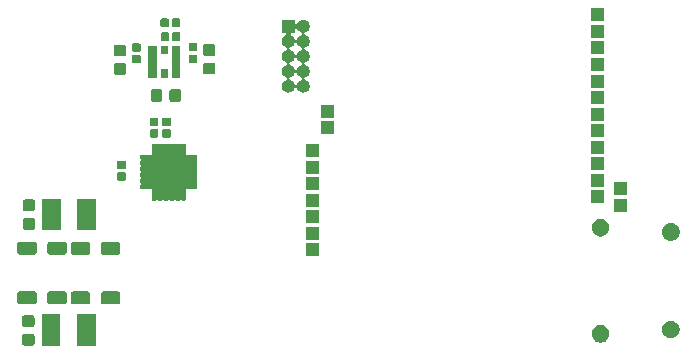
<source format=gbs>
G04 #@! TF.GenerationSoftware,KiCad,Pcbnew,5.0.2-bee76a0~70~ubuntu18.04.1*
G04 #@! TF.CreationDate,2019-05-16T13:06:06+01:00*
G04 #@! TF.ProjectId,HealthMonitor,4865616c-7468-44d6-9f6e-69746f722e6b,rev?*
G04 #@! TF.SameCoordinates,Original*
G04 #@! TF.FileFunction,Soldermask,Bot*
G04 #@! TF.FilePolarity,Negative*
%FSLAX46Y46*%
G04 Gerber Fmt 4.6, Leading zero omitted, Abs format (unit mm)*
G04 Created by KiCad (PCBNEW 5.0.2-bee76a0~70~ubuntu18.04.1) date Thu 16 May 2019 13:06:06 BST*
%MOMM*%
%LPD*%
G01*
G04 APERTURE LIST*
%ADD10C,0.100000*%
G04 APERTURE END LIST*
D10*
G36*
X110671000Y-125136000D02*
X109069000Y-125136000D01*
X109069000Y-122434000D01*
X110671000Y-122434000D01*
X110671000Y-125136000D01*
X110671000Y-125136000D01*
G37*
G36*
X107671000Y-125136000D02*
X106069000Y-125136000D01*
X106069000Y-122434000D01*
X107671000Y-122434000D01*
X107671000Y-125136000D01*
X107671000Y-125136000D01*
G37*
G36*
X105329591Y-124128085D02*
X105363569Y-124138393D01*
X105394887Y-124155133D01*
X105422339Y-124177661D01*
X105444867Y-124205113D01*
X105461607Y-124236431D01*
X105471915Y-124270409D01*
X105476000Y-124311890D01*
X105476000Y-124913110D01*
X105471915Y-124954591D01*
X105461607Y-124988569D01*
X105444867Y-125019887D01*
X105422339Y-125047339D01*
X105394887Y-125069867D01*
X105363569Y-125086607D01*
X105329591Y-125096915D01*
X105288110Y-125101000D01*
X104611890Y-125101000D01*
X104570409Y-125096915D01*
X104536431Y-125086607D01*
X104505113Y-125069867D01*
X104477661Y-125047339D01*
X104455133Y-125019887D01*
X104438393Y-124988569D01*
X104428085Y-124954591D01*
X104424000Y-124913110D01*
X104424000Y-124311890D01*
X104428085Y-124270409D01*
X104438393Y-124236431D01*
X104455133Y-124205113D01*
X104477661Y-124177661D01*
X104505113Y-124155133D01*
X104536431Y-124138393D01*
X104570409Y-124128085D01*
X104611890Y-124124000D01*
X105288110Y-124124000D01*
X105329591Y-124128085D01*
X105329591Y-124128085D01*
G37*
G36*
X153522004Y-123360544D02*
X153609059Y-123377860D01*
X153745732Y-123434472D01*
X153802404Y-123472339D01*
X153868738Y-123516662D01*
X153973338Y-123621262D01*
X153973340Y-123621265D01*
X154055528Y-123744268D01*
X154112140Y-123880941D01*
X154127678Y-123959056D01*
X154141000Y-124026031D01*
X154141000Y-124173969D01*
X154136709Y-124195539D01*
X154112140Y-124319059D01*
X154055528Y-124455732D01*
X153974446Y-124577079D01*
X153973338Y-124578738D01*
X153868738Y-124683338D01*
X153868735Y-124683340D01*
X153745732Y-124765528D01*
X153609059Y-124822140D01*
X153522004Y-124839456D01*
X153463969Y-124851000D01*
X153316031Y-124851000D01*
X153257996Y-124839456D01*
X153170941Y-124822140D01*
X153034268Y-124765528D01*
X152911265Y-124683340D01*
X152911262Y-124683338D01*
X152806662Y-124578738D01*
X152805554Y-124577079D01*
X152724472Y-124455732D01*
X152667860Y-124319059D01*
X152643291Y-124195539D01*
X152639000Y-124173969D01*
X152639000Y-124026031D01*
X152652322Y-123959056D01*
X152667860Y-123880941D01*
X152724472Y-123744268D01*
X152806660Y-123621265D01*
X152806662Y-123621262D01*
X152911262Y-123516662D01*
X152977596Y-123472339D01*
X153034268Y-123434472D01*
X153170941Y-123377860D01*
X153257996Y-123360544D01*
X153316031Y-123349000D01*
X153463969Y-123349000D01*
X153522004Y-123360544D01*
X153522004Y-123360544D01*
G37*
G36*
X159472004Y-123000544D02*
X159559059Y-123017860D01*
X159695732Y-123074472D01*
X159695733Y-123074473D01*
X159818738Y-123156662D01*
X159923338Y-123261262D01*
X159923340Y-123261265D01*
X160005528Y-123384268D01*
X160062140Y-123520941D01*
X160091000Y-123666033D01*
X160091000Y-123813967D01*
X160062140Y-123959059D01*
X160005528Y-124095732D01*
X159959135Y-124165164D01*
X159923338Y-124218738D01*
X159818738Y-124323338D01*
X159818735Y-124323340D01*
X159695732Y-124405528D01*
X159559059Y-124462140D01*
X159472004Y-124479456D01*
X159413969Y-124491000D01*
X159266031Y-124491000D01*
X159207996Y-124479456D01*
X159120941Y-124462140D01*
X158984268Y-124405528D01*
X158861265Y-124323340D01*
X158861262Y-124323338D01*
X158756662Y-124218738D01*
X158720865Y-124165164D01*
X158674472Y-124095732D01*
X158617860Y-123959059D01*
X158589000Y-123813967D01*
X158589000Y-123666033D01*
X158617860Y-123520941D01*
X158674472Y-123384268D01*
X158756660Y-123261265D01*
X158756662Y-123261262D01*
X158861262Y-123156662D01*
X158984267Y-123074473D01*
X158984268Y-123074472D01*
X159120941Y-123017860D01*
X159207996Y-123000544D01*
X159266031Y-122989000D01*
X159413969Y-122989000D01*
X159472004Y-123000544D01*
X159472004Y-123000544D01*
G37*
G36*
X105329591Y-122553085D02*
X105363569Y-122563393D01*
X105394887Y-122580133D01*
X105422339Y-122602661D01*
X105444867Y-122630113D01*
X105461607Y-122661431D01*
X105471915Y-122695409D01*
X105476000Y-122736890D01*
X105476000Y-123338110D01*
X105471915Y-123379591D01*
X105461607Y-123413569D01*
X105444867Y-123444887D01*
X105422339Y-123472339D01*
X105394887Y-123494867D01*
X105363569Y-123511607D01*
X105329591Y-123521915D01*
X105288110Y-123526000D01*
X104611890Y-123526000D01*
X104570409Y-123521915D01*
X104536431Y-123511607D01*
X104505113Y-123494867D01*
X104477661Y-123472339D01*
X104455133Y-123444887D01*
X104438393Y-123413569D01*
X104428085Y-123379591D01*
X104424000Y-123338110D01*
X104424000Y-122736890D01*
X104428085Y-122695409D01*
X104438393Y-122661431D01*
X104455133Y-122630113D01*
X104477661Y-122602661D01*
X104505113Y-122580133D01*
X104536431Y-122563393D01*
X104570409Y-122553085D01*
X104611890Y-122549000D01*
X105288110Y-122549000D01*
X105329591Y-122553085D01*
X105329591Y-122553085D01*
G37*
G36*
X110017058Y-120525447D02*
X110056906Y-120537535D01*
X110093626Y-120557162D01*
X110125811Y-120583575D01*
X110152224Y-120615760D01*
X110171851Y-120652480D01*
X110183939Y-120692328D01*
X110188625Y-120739902D01*
X110188625Y-121403620D01*
X110183939Y-121451194D01*
X110171851Y-121491042D01*
X110152224Y-121527762D01*
X110125811Y-121559947D01*
X110093626Y-121586360D01*
X110056906Y-121605987D01*
X110017058Y-121618075D01*
X109969484Y-121622761D01*
X108755766Y-121622761D01*
X108708192Y-121618075D01*
X108668344Y-121605987D01*
X108631624Y-121586360D01*
X108599439Y-121559947D01*
X108573026Y-121527762D01*
X108553399Y-121491042D01*
X108541311Y-121451194D01*
X108536625Y-121403620D01*
X108536625Y-120739902D01*
X108541311Y-120692328D01*
X108553399Y-120652480D01*
X108573026Y-120615760D01*
X108599439Y-120583575D01*
X108631624Y-120557162D01*
X108668344Y-120537535D01*
X108708192Y-120525447D01*
X108755766Y-120520761D01*
X109969484Y-120520761D01*
X110017058Y-120525447D01*
X110017058Y-120525447D01*
G37*
G36*
X112567058Y-120525447D02*
X112606906Y-120537535D01*
X112643626Y-120557162D01*
X112675811Y-120583575D01*
X112702224Y-120615760D01*
X112721851Y-120652480D01*
X112733939Y-120692328D01*
X112738625Y-120739902D01*
X112738625Y-121403620D01*
X112733939Y-121451194D01*
X112721851Y-121491042D01*
X112702224Y-121527762D01*
X112675811Y-121559947D01*
X112643626Y-121586360D01*
X112606906Y-121605987D01*
X112567058Y-121618075D01*
X112519484Y-121622761D01*
X111305766Y-121622761D01*
X111258192Y-121618075D01*
X111218344Y-121605987D01*
X111181624Y-121586360D01*
X111149439Y-121559947D01*
X111123026Y-121527762D01*
X111103399Y-121491042D01*
X111091311Y-121451194D01*
X111086625Y-121403620D01*
X111086625Y-120739902D01*
X111091311Y-120692328D01*
X111103399Y-120652480D01*
X111123026Y-120615760D01*
X111149439Y-120583575D01*
X111181624Y-120557162D01*
X111218344Y-120537535D01*
X111258192Y-120525447D01*
X111305766Y-120520761D01*
X112519484Y-120520761D01*
X112567058Y-120525447D01*
X112567058Y-120525447D01*
G37*
G36*
X108039433Y-120503686D02*
X108079281Y-120515774D01*
X108116001Y-120535401D01*
X108148186Y-120561814D01*
X108174599Y-120593999D01*
X108194226Y-120630719D01*
X108206314Y-120670567D01*
X108211000Y-120718141D01*
X108211000Y-121381859D01*
X108206314Y-121429433D01*
X108194226Y-121469281D01*
X108174599Y-121506001D01*
X108148186Y-121538186D01*
X108116001Y-121564599D01*
X108079281Y-121584226D01*
X108039433Y-121596314D01*
X107991859Y-121601000D01*
X106778141Y-121601000D01*
X106730567Y-121596314D01*
X106690719Y-121584226D01*
X106653999Y-121564599D01*
X106621814Y-121538186D01*
X106595401Y-121506001D01*
X106575774Y-121469281D01*
X106563686Y-121429433D01*
X106559000Y-121381859D01*
X106559000Y-120718141D01*
X106563686Y-120670567D01*
X106575774Y-120630719D01*
X106595401Y-120593999D01*
X106621814Y-120561814D01*
X106653999Y-120535401D01*
X106690719Y-120515774D01*
X106730567Y-120503686D01*
X106778141Y-120499000D01*
X107991859Y-120499000D01*
X108039433Y-120503686D01*
X108039433Y-120503686D01*
G37*
G36*
X105489433Y-120503686D02*
X105529281Y-120515774D01*
X105566001Y-120535401D01*
X105598186Y-120561814D01*
X105624599Y-120593999D01*
X105644226Y-120630719D01*
X105656314Y-120670567D01*
X105661000Y-120718141D01*
X105661000Y-121381859D01*
X105656314Y-121429433D01*
X105644226Y-121469281D01*
X105624599Y-121506001D01*
X105598186Y-121538186D01*
X105566001Y-121564599D01*
X105529281Y-121584226D01*
X105489433Y-121596314D01*
X105441859Y-121601000D01*
X104228141Y-121601000D01*
X104180567Y-121596314D01*
X104140719Y-121584226D01*
X104103999Y-121564599D01*
X104071814Y-121538186D01*
X104045401Y-121506001D01*
X104025774Y-121469281D01*
X104013686Y-121429433D01*
X104009000Y-121381859D01*
X104009000Y-120718141D01*
X104013686Y-120670567D01*
X104025774Y-120630719D01*
X104045401Y-120593999D01*
X104071814Y-120561814D01*
X104103999Y-120535401D01*
X104140719Y-120515774D01*
X104180567Y-120503686D01*
X104228141Y-120499000D01*
X105441859Y-120499000D01*
X105489433Y-120503686D01*
X105489433Y-120503686D01*
G37*
G36*
X129581000Y-117551000D02*
X128479000Y-117551000D01*
X128479000Y-116449000D01*
X129581000Y-116449000D01*
X129581000Y-117551000D01*
X129581000Y-117551000D01*
G37*
G36*
X110017058Y-116325447D02*
X110056906Y-116337535D01*
X110093626Y-116357162D01*
X110125811Y-116383575D01*
X110152224Y-116415760D01*
X110171851Y-116452480D01*
X110183939Y-116492328D01*
X110188625Y-116539902D01*
X110188625Y-117203620D01*
X110183939Y-117251194D01*
X110171851Y-117291042D01*
X110152224Y-117327762D01*
X110125811Y-117359947D01*
X110093626Y-117386360D01*
X110056906Y-117405987D01*
X110017058Y-117418075D01*
X109969484Y-117422761D01*
X108755766Y-117422761D01*
X108708192Y-117418075D01*
X108668344Y-117405987D01*
X108631624Y-117386360D01*
X108599439Y-117359947D01*
X108573026Y-117327762D01*
X108553399Y-117291042D01*
X108541311Y-117251194D01*
X108536625Y-117203620D01*
X108536625Y-116539902D01*
X108541311Y-116492328D01*
X108553399Y-116452480D01*
X108573026Y-116415760D01*
X108599439Y-116383575D01*
X108631624Y-116357162D01*
X108668344Y-116337535D01*
X108708192Y-116325447D01*
X108755766Y-116320761D01*
X109969484Y-116320761D01*
X110017058Y-116325447D01*
X110017058Y-116325447D01*
G37*
G36*
X112567058Y-116325447D02*
X112606906Y-116337535D01*
X112643626Y-116357162D01*
X112675811Y-116383575D01*
X112702224Y-116415760D01*
X112721851Y-116452480D01*
X112733939Y-116492328D01*
X112738625Y-116539902D01*
X112738625Y-117203620D01*
X112733939Y-117251194D01*
X112721851Y-117291042D01*
X112702224Y-117327762D01*
X112675811Y-117359947D01*
X112643626Y-117386360D01*
X112606906Y-117405987D01*
X112567058Y-117418075D01*
X112519484Y-117422761D01*
X111305766Y-117422761D01*
X111258192Y-117418075D01*
X111218344Y-117405987D01*
X111181624Y-117386360D01*
X111149439Y-117359947D01*
X111123026Y-117327762D01*
X111103399Y-117291042D01*
X111091311Y-117251194D01*
X111086625Y-117203620D01*
X111086625Y-116539902D01*
X111091311Y-116492328D01*
X111103399Y-116452480D01*
X111123026Y-116415760D01*
X111149439Y-116383575D01*
X111181624Y-116357162D01*
X111218344Y-116337535D01*
X111258192Y-116325447D01*
X111305766Y-116320761D01*
X112519484Y-116320761D01*
X112567058Y-116325447D01*
X112567058Y-116325447D01*
G37*
G36*
X105489433Y-116303686D02*
X105529281Y-116315774D01*
X105566001Y-116335401D01*
X105598186Y-116361814D01*
X105624599Y-116393999D01*
X105644226Y-116430719D01*
X105656314Y-116470567D01*
X105661000Y-116518141D01*
X105661000Y-117181859D01*
X105656314Y-117229433D01*
X105644226Y-117269281D01*
X105624599Y-117306001D01*
X105598186Y-117338186D01*
X105566001Y-117364599D01*
X105529281Y-117384226D01*
X105489433Y-117396314D01*
X105441859Y-117401000D01*
X104228141Y-117401000D01*
X104180567Y-117396314D01*
X104140719Y-117384226D01*
X104103999Y-117364599D01*
X104071814Y-117338186D01*
X104045401Y-117306001D01*
X104025774Y-117269281D01*
X104013686Y-117229433D01*
X104009000Y-117181859D01*
X104009000Y-116518141D01*
X104013686Y-116470567D01*
X104025774Y-116430719D01*
X104045401Y-116393999D01*
X104071814Y-116361814D01*
X104103999Y-116335401D01*
X104140719Y-116315774D01*
X104180567Y-116303686D01*
X104228141Y-116299000D01*
X105441859Y-116299000D01*
X105489433Y-116303686D01*
X105489433Y-116303686D01*
G37*
G36*
X108039433Y-116303686D02*
X108079281Y-116315774D01*
X108116001Y-116335401D01*
X108148186Y-116361814D01*
X108174599Y-116393999D01*
X108194226Y-116430719D01*
X108206314Y-116470567D01*
X108211000Y-116518141D01*
X108211000Y-117181859D01*
X108206314Y-117229433D01*
X108194226Y-117269281D01*
X108174599Y-117306001D01*
X108148186Y-117338186D01*
X108116001Y-117364599D01*
X108079281Y-117384226D01*
X108039433Y-117396314D01*
X107991859Y-117401000D01*
X106778141Y-117401000D01*
X106730567Y-117396314D01*
X106690719Y-117384226D01*
X106653999Y-117364599D01*
X106621814Y-117338186D01*
X106595401Y-117306001D01*
X106575774Y-117269281D01*
X106563686Y-117229433D01*
X106559000Y-117181859D01*
X106559000Y-116518141D01*
X106563686Y-116470567D01*
X106575774Y-116430719D01*
X106595401Y-116393999D01*
X106621814Y-116361814D01*
X106653999Y-116335401D01*
X106690719Y-116315774D01*
X106730567Y-116303686D01*
X106778141Y-116299000D01*
X107991859Y-116299000D01*
X108039433Y-116303686D01*
X108039433Y-116303686D01*
G37*
G36*
X159472004Y-114740544D02*
X159559059Y-114757860D01*
X159695732Y-114814472D01*
X159695733Y-114814473D01*
X159818738Y-114896662D01*
X159923338Y-115001262D01*
X159923340Y-115001265D01*
X160005528Y-115124268D01*
X160062140Y-115260941D01*
X160091000Y-115406033D01*
X160091000Y-115553967D01*
X160062140Y-115699059D01*
X160005528Y-115835732D01*
X159924446Y-115957079D01*
X159923338Y-115958738D01*
X159818738Y-116063338D01*
X159818735Y-116063340D01*
X159695732Y-116145528D01*
X159559059Y-116202140D01*
X159472004Y-116219456D01*
X159413969Y-116231000D01*
X159266031Y-116231000D01*
X159207996Y-116219456D01*
X159120941Y-116202140D01*
X158984268Y-116145528D01*
X158861265Y-116063340D01*
X158861262Y-116063338D01*
X158756662Y-115958738D01*
X158755554Y-115957079D01*
X158674472Y-115835732D01*
X158617860Y-115699059D01*
X158589000Y-115553967D01*
X158589000Y-115406033D01*
X158617860Y-115260941D01*
X158674472Y-115124268D01*
X158756660Y-115001265D01*
X158756662Y-115001262D01*
X158861262Y-114896662D01*
X158984267Y-114814473D01*
X158984268Y-114814472D01*
X159120941Y-114757860D01*
X159207996Y-114740544D01*
X159266031Y-114729000D01*
X159413969Y-114729000D01*
X159472004Y-114740544D01*
X159472004Y-114740544D01*
G37*
G36*
X129581000Y-116151000D02*
X128479000Y-116151000D01*
X128479000Y-115049000D01*
X129581000Y-115049000D01*
X129581000Y-116151000D01*
X129581000Y-116151000D01*
G37*
G36*
X153521979Y-114380539D02*
X153609059Y-114397860D01*
X153745732Y-114454472D01*
X153745733Y-114454473D01*
X153868738Y-114536662D01*
X153973338Y-114641262D01*
X153973340Y-114641265D01*
X154055528Y-114764268D01*
X154112140Y-114900941D01*
X154129456Y-114987996D01*
X154141000Y-115046031D01*
X154141000Y-115193969D01*
X154130882Y-115244836D01*
X154112140Y-115339059D01*
X154055528Y-115475732D01*
X154055527Y-115475733D01*
X153973338Y-115598738D01*
X153868738Y-115703338D01*
X153868735Y-115703340D01*
X153745732Y-115785528D01*
X153609059Y-115842140D01*
X153522004Y-115859456D01*
X153463969Y-115871000D01*
X153316031Y-115871000D01*
X153257996Y-115859456D01*
X153170941Y-115842140D01*
X153034268Y-115785528D01*
X152911265Y-115703340D01*
X152911262Y-115703338D01*
X152806662Y-115598738D01*
X152724473Y-115475733D01*
X152724472Y-115475732D01*
X152667860Y-115339059D01*
X152649118Y-115244836D01*
X152639000Y-115193969D01*
X152639000Y-115046031D01*
X152650544Y-114987996D01*
X152667860Y-114900941D01*
X152724472Y-114764268D01*
X152806660Y-114641265D01*
X152806662Y-114641262D01*
X152911262Y-114536662D01*
X153034267Y-114454473D01*
X153034268Y-114454472D01*
X153170941Y-114397860D01*
X153258021Y-114380539D01*
X153316031Y-114369000D01*
X153463969Y-114369000D01*
X153521979Y-114380539D01*
X153521979Y-114380539D01*
G37*
G36*
X107691000Y-115361000D02*
X106089000Y-115361000D01*
X106089000Y-112659000D01*
X107691000Y-112659000D01*
X107691000Y-115361000D01*
X107691000Y-115361000D01*
G37*
G36*
X110691000Y-115361000D02*
X109089000Y-115361000D01*
X109089000Y-112659000D01*
X110691000Y-112659000D01*
X110691000Y-115361000D01*
X110691000Y-115361000D01*
G37*
G36*
X105369591Y-114313085D02*
X105403569Y-114323393D01*
X105434887Y-114340133D01*
X105462339Y-114362661D01*
X105484867Y-114390113D01*
X105501607Y-114421431D01*
X105511915Y-114455409D01*
X105516000Y-114496890D01*
X105516000Y-115098110D01*
X105511915Y-115139591D01*
X105501607Y-115173569D01*
X105484867Y-115204887D01*
X105462339Y-115232339D01*
X105434887Y-115254867D01*
X105403569Y-115271607D01*
X105369591Y-115281915D01*
X105328110Y-115286000D01*
X104651890Y-115286000D01*
X104610409Y-115281915D01*
X104576431Y-115271607D01*
X104545113Y-115254867D01*
X104517661Y-115232339D01*
X104495133Y-115204887D01*
X104478393Y-115173569D01*
X104468085Y-115139591D01*
X104464000Y-115098110D01*
X104464000Y-114496890D01*
X104468085Y-114455409D01*
X104478393Y-114421431D01*
X104495133Y-114390113D01*
X104517661Y-114362661D01*
X104545113Y-114340133D01*
X104576431Y-114323393D01*
X104610409Y-114313085D01*
X104651890Y-114309000D01*
X105328110Y-114309000D01*
X105369591Y-114313085D01*
X105369591Y-114313085D01*
G37*
G36*
X129581000Y-114751000D02*
X128479000Y-114751000D01*
X128479000Y-113649000D01*
X129581000Y-113649000D01*
X129581000Y-114751000D01*
X129581000Y-114751000D01*
G37*
G36*
X155681000Y-113761000D02*
X154579000Y-113761000D01*
X154579000Y-112659000D01*
X155681000Y-112659000D01*
X155681000Y-113761000D01*
X155681000Y-113761000D01*
G37*
G36*
X105369591Y-112738085D02*
X105403569Y-112748393D01*
X105434887Y-112765133D01*
X105462339Y-112787661D01*
X105484867Y-112815113D01*
X105501607Y-112846431D01*
X105511915Y-112880409D01*
X105516000Y-112921890D01*
X105516000Y-113523110D01*
X105511915Y-113564591D01*
X105501607Y-113598569D01*
X105484867Y-113629887D01*
X105462339Y-113657339D01*
X105434887Y-113679867D01*
X105403569Y-113696607D01*
X105369591Y-113706915D01*
X105328110Y-113711000D01*
X104651890Y-113711000D01*
X104610409Y-113706915D01*
X104576431Y-113696607D01*
X104545113Y-113679867D01*
X104517661Y-113657339D01*
X104495133Y-113629887D01*
X104478393Y-113598569D01*
X104468085Y-113564591D01*
X104464000Y-113523110D01*
X104464000Y-112921890D01*
X104468085Y-112880409D01*
X104478393Y-112846431D01*
X104495133Y-112815113D01*
X104517661Y-112787661D01*
X104545113Y-112765133D01*
X104576431Y-112748393D01*
X104610409Y-112738085D01*
X104651890Y-112734000D01*
X105328110Y-112734000D01*
X105369591Y-112738085D01*
X105369591Y-112738085D01*
G37*
G36*
X129581000Y-113351000D02*
X128479000Y-113351000D01*
X128479000Y-112249000D01*
X129581000Y-112249000D01*
X129581000Y-113351000D01*
X129581000Y-113351000D01*
G37*
G36*
X153731000Y-113061000D02*
X152629000Y-113061000D01*
X152629000Y-111959000D01*
X153731000Y-111959000D01*
X153731000Y-113061000D01*
X153731000Y-113061000D01*
G37*
G36*
X115750358Y-108024002D02*
X115755029Y-108025419D01*
X115759331Y-108027719D01*
X115765706Y-108032950D01*
X115786081Y-108046563D01*
X115808720Y-108055939D01*
X115832754Y-108060719D01*
X115857258Y-108060718D01*
X115881292Y-108055936D01*
X115903930Y-108046558D01*
X115924296Y-108032950D01*
X115930671Y-108027719D01*
X115934973Y-108025419D01*
X115939644Y-108024002D01*
X115950642Y-108022919D01*
X116239360Y-108022919D01*
X116250358Y-108024002D01*
X116255029Y-108025419D01*
X116259331Y-108027719D01*
X116265706Y-108032950D01*
X116286081Y-108046563D01*
X116308720Y-108055939D01*
X116332754Y-108060719D01*
X116357258Y-108060718D01*
X116381292Y-108055936D01*
X116403930Y-108046558D01*
X116424296Y-108032950D01*
X116430671Y-108027719D01*
X116434973Y-108025419D01*
X116439644Y-108024002D01*
X116450642Y-108022919D01*
X116739360Y-108022919D01*
X116750358Y-108024002D01*
X116755029Y-108025419D01*
X116759331Y-108027719D01*
X116765706Y-108032950D01*
X116786081Y-108046563D01*
X116808720Y-108055939D01*
X116832754Y-108060719D01*
X116857258Y-108060718D01*
X116881292Y-108055936D01*
X116903930Y-108046558D01*
X116924296Y-108032950D01*
X116930671Y-108027719D01*
X116934973Y-108025419D01*
X116939644Y-108024002D01*
X116950642Y-108022919D01*
X117239360Y-108022919D01*
X117250358Y-108024002D01*
X117255029Y-108025419D01*
X117259331Y-108027719D01*
X117265706Y-108032950D01*
X117286081Y-108046563D01*
X117308720Y-108055939D01*
X117332754Y-108060719D01*
X117357258Y-108060718D01*
X117381292Y-108055936D01*
X117403930Y-108046558D01*
X117424296Y-108032950D01*
X117430671Y-108027719D01*
X117434973Y-108025419D01*
X117439644Y-108024002D01*
X117450642Y-108022919D01*
X117739360Y-108022919D01*
X117750358Y-108024002D01*
X117755029Y-108025419D01*
X117759331Y-108027719D01*
X117765706Y-108032950D01*
X117786081Y-108046563D01*
X117808720Y-108055939D01*
X117832754Y-108060719D01*
X117857258Y-108060718D01*
X117881292Y-108055936D01*
X117903930Y-108046558D01*
X117924296Y-108032950D01*
X117930671Y-108027719D01*
X117934973Y-108025419D01*
X117939644Y-108024002D01*
X117950642Y-108022919D01*
X118239360Y-108022919D01*
X118250358Y-108024002D01*
X118255029Y-108025419D01*
X118259331Y-108027719D01*
X118263105Y-108030815D01*
X118266201Y-108034589D01*
X118268501Y-108038891D01*
X118269918Y-108043562D01*
X118271001Y-108054560D01*
X118271001Y-108872919D01*
X118273403Y-108897305D01*
X118280516Y-108920754D01*
X118292067Y-108942365D01*
X118307613Y-108961307D01*
X118326555Y-108976853D01*
X118348166Y-108988404D01*
X118371615Y-108995517D01*
X118396001Y-108997919D01*
X119214360Y-108997919D01*
X119225358Y-108999002D01*
X119230029Y-109000419D01*
X119234331Y-109002719D01*
X119238105Y-109005815D01*
X119241201Y-109009589D01*
X119243501Y-109013891D01*
X119244918Y-109018562D01*
X119246001Y-109029560D01*
X119246001Y-109318278D01*
X119244918Y-109329276D01*
X119243501Y-109333947D01*
X119241201Y-109338249D01*
X119235970Y-109344624D01*
X119222357Y-109364999D01*
X119212981Y-109387638D01*
X119208201Y-109411672D01*
X119208202Y-109436176D01*
X119212984Y-109460210D01*
X119222362Y-109482848D01*
X119235970Y-109503214D01*
X119241201Y-109509589D01*
X119243501Y-109513891D01*
X119244918Y-109518562D01*
X119246001Y-109529560D01*
X119246001Y-109818278D01*
X119244918Y-109829276D01*
X119243501Y-109833947D01*
X119241201Y-109838249D01*
X119235970Y-109844624D01*
X119222357Y-109864999D01*
X119212981Y-109887638D01*
X119208201Y-109911672D01*
X119208202Y-109936176D01*
X119212984Y-109960210D01*
X119222362Y-109982848D01*
X119235970Y-110003214D01*
X119241201Y-110009589D01*
X119243501Y-110013891D01*
X119244918Y-110018562D01*
X119246001Y-110029560D01*
X119246001Y-110318278D01*
X119244918Y-110329276D01*
X119243501Y-110333947D01*
X119241201Y-110338249D01*
X119235970Y-110344624D01*
X119222357Y-110364999D01*
X119212981Y-110387638D01*
X119208201Y-110411672D01*
X119208202Y-110436176D01*
X119212984Y-110460210D01*
X119222362Y-110482848D01*
X119235970Y-110503214D01*
X119241201Y-110509589D01*
X119243501Y-110513891D01*
X119244918Y-110518562D01*
X119246001Y-110529560D01*
X119246001Y-110818278D01*
X119244918Y-110829276D01*
X119243501Y-110833947D01*
X119241201Y-110838249D01*
X119235970Y-110844624D01*
X119222357Y-110864999D01*
X119212981Y-110887638D01*
X119208201Y-110911672D01*
X119208202Y-110936176D01*
X119212984Y-110960210D01*
X119222362Y-110982848D01*
X119235970Y-111003214D01*
X119241201Y-111009589D01*
X119243501Y-111013891D01*
X119244918Y-111018562D01*
X119246001Y-111029560D01*
X119246001Y-111318278D01*
X119244918Y-111329276D01*
X119243501Y-111333947D01*
X119241201Y-111338249D01*
X119235970Y-111344624D01*
X119222357Y-111364999D01*
X119212981Y-111387638D01*
X119208201Y-111411672D01*
X119208202Y-111436176D01*
X119212984Y-111460210D01*
X119222362Y-111482848D01*
X119235970Y-111503214D01*
X119241201Y-111509589D01*
X119243501Y-111513891D01*
X119244918Y-111518562D01*
X119246001Y-111529560D01*
X119246001Y-111818278D01*
X119244918Y-111829276D01*
X119243501Y-111833947D01*
X119241201Y-111838249D01*
X119238105Y-111842023D01*
X119234331Y-111845119D01*
X119230029Y-111847419D01*
X119225358Y-111848836D01*
X119214360Y-111849919D01*
X118396001Y-111849919D01*
X118371615Y-111852321D01*
X118348166Y-111859434D01*
X118326555Y-111870985D01*
X118307613Y-111886531D01*
X118292067Y-111905473D01*
X118280516Y-111927084D01*
X118273403Y-111950533D01*
X118271001Y-111974919D01*
X118271001Y-112793278D01*
X118269918Y-112804276D01*
X118268501Y-112808947D01*
X118266201Y-112813249D01*
X118263105Y-112817023D01*
X118259331Y-112820119D01*
X118255029Y-112822419D01*
X118250358Y-112823836D01*
X118239360Y-112824919D01*
X117950642Y-112824919D01*
X117939644Y-112823836D01*
X117934973Y-112822419D01*
X117930671Y-112820119D01*
X117924296Y-112814888D01*
X117903921Y-112801275D01*
X117881282Y-112791899D01*
X117857248Y-112787119D01*
X117832744Y-112787120D01*
X117808710Y-112791902D01*
X117786072Y-112801280D01*
X117765706Y-112814888D01*
X117759331Y-112820119D01*
X117755029Y-112822419D01*
X117750358Y-112823836D01*
X117739360Y-112824919D01*
X117450642Y-112824919D01*
X117439644Y-112823836D01*
X117434973Y-112822419D01*
X117430671Y-112820119D01*
X117424296Y-112814888D01*
X117403921Y-112801275D01*
X117381282Y-112791899D01*
X117357248Y-112787119D01*
X117332744Y-112787120D01*
X117308710Y-112791902D01*
X117286072Y-112801280D01*
X117265706Y-112814888D01*
X117259331Y-112820119D01*
X117255029Y-112822419D01*
X117250358Y-112823836D01*
X117239360Y-112824919D01*
X116950642Y-112824919D01*
X116939644Y-112823836D01*
X116934973Y-112822419D01*
X116930671Y-112820119D01*
X116924296Y-112814888D01*
X116903921Y-112801275D01*
X116881282Y-112791899D01*
X116857248Y-112787119D01*
X116832744Y-112787120D01*
X116808710Y-112791902D01*
X116786072Y-112801280D01*
X116765706Y-112814888D01*
X116759331Y-112820119D01*
X116755029Y-112822419D01*
X116750358Y-112823836D01*
X116739360Y-112824919D01*
X116450642Y-112824919D01*
X116439644Y-112823836D01*
X116434973Y-112822419D01*
X116430671Y-112820119D01*
X116424296Y-112814888D01*
X116403921Y-112801275D01*
X116381282Y-112791899D01*
X116357248Y-112787119D01*
X116332744Y-112787120D01*
X116308710Y-112791902D01*
X116286072Y-112801280D01*
X116265706Y-112814888D01*
X116259331Y-112820119D01*
X116255029Y-112822419D01*
X116250358Y-112823836D01*
X116239360Y-112824919D01*
X115950642Y-112824919D01*
X115939644Y-112823836D01*
X115934973Y-112822419D01*
X115930671Y-112820119D01*
X115924296Y-112814888D01*
X115903921Y-112801275D01*
X115881282Y-112791899D01*
X115857248Y-112787119D01*
X115832744Y-112787120D01*
X115808710Y-112791902D01*
X115786072Y-112801280D01*
X115765706Y-112814888D01*
X115759331Y-112820119D01*
X115755029Y-112822419D01*
X115750358Y-112823836D01*
X115739360Y-112824919D01*
X115450642Y-112824919D01*
X115439644Y-112823836D01*
X115434973Y-112822419D01*
X115430671Y-112820119D01*
X115426897Y-112817023D01*
X115423801Y-112813249D01*
X115421501Y-112808947D01*
X115420084Y-112804276D01*
X115419001Y-112793278D01*
X115419001Y-111974919D01*
X115416599Y-111950533D01*
X115409486Y-111927084D01*
X115397935Y-111905473D01*
X115382389Y-111886531D01*
X115363447Y-111870985D01*
X115341836Y-111859434D01*
X115318387Y-111852321D01*
X115294001Y-111849919D01*
X114475642Y-111849919D01*
X114464644Y-111848836D01*
X114459973Y-111847419D01*
X114455671Y-111845119D01*
X114451897Y-111842023D01*
X114448801Y-111838249D01*
X114446501Y-111833947D01*
X114445084Y-111829276D01*
X114444001Y-111818278D01*
X114444001Y-111529560D01*
X114445084Y-111518562D01*
X114446501Y-111513891D01*
X114448801Y-111509589D01*
X114454032Y-111503214D01*
X114467645Y-111482839D01*
X114477021Y-111460200D01*
X114481801Y-111436166D01*
X114481800Y-111411662D01*
X114477018Y-111387628D01*
X114467640Y-111364990D01*
X114454032Y-111344624D01*
X114448801Y-111338249D01*
X114446501Y-111333947D01*
X114445084Y-111329276D01*
X114444001Y-111318278D01*
X114444001Y-111029560D01*
X114445084Y-111018562D01*
X114446501Y-111013891D01*
X114448801Y-111009589D01*
X114454032Y-111003214D01*
X114467645Y-110982839D01*
X114477021Y-110960200D01*
X114481801Y-110936166D01*
X114481800Y-110911662D01*
X114477018Y-110887628D01*
X114467640Y-110864990D01*
X114454032Y-110844624D01*
X114448801Y-110838249D01*
X114446501Y-110833947D01*
X114445084Y-110829276D01*
X114444001Y-110818278D01*
X114444001Y-110529560D01*
X114445084Y-110518562D01*
X114446501Y-110513891D01*
X114448801Y-110509589D01*
X114454032Y-110503214D01*
X114467645Y-110482839D01*
X114477021Y-110460200D01*
X114481801Y-110436166D01*
X114481800Y-110411662D01*
X114477018Y-110387628D01*
X114467640Y-110364990D01*
X114454032Y-110344624D01*
X114448801Y-110338249D01*
X114446501Y-110333947D01*
X114445084Y-110329276D01*
X114444001Y-110318278D01*
X114444001Y-110029560D01*
X114445084Y-110018562D01*
X114446501Y-110013891D01*
X114448801Y-110009589D01*
X114454032Y-110003214D01*
X114467645Y-109982839D01*
X114477021Y-109960200D01*
X114481801Y-109936166D01*
X114481800Y-109911662D01*
X114477018Y-109887628D01*
X114467640Y-109864990D01*
X114454032Y-109844624D01*
X114448801Y-109838249D01*
X114446501Y-109833947D01*
X114445084Y-109829276D01*
X114444001Y-109818278D01*
X114444001Y-109529560D01*
X114445084Y-109518562D01*
X114446501Y-109513891D01*
X114448801Y-109509589D01*
X114454032Y-109503214D01*
X114467645Y-109482839D01*
X114477021Y-109460200D01*
X114481801Y-109436166D01*
X114481800Y-109411662D01*
X114477018Y-109387628D01*
X114467640Y-109364990D01*
X114454032Y-109344624D01*
X114448801Y-109338249D01*
X114446501Y-109333947D01*
X114445084Y-109329276D01*
X114444001Y-109318278D01*
X114444001Y-109029560D01*
X114445084Y-109018562D01*
X114446501Y-109013891D01*
X114448801Y-109009589D01*
X114451897Y-109005815D01*
X114455671Y-109002719D01*
X114459973Y-109000419D01*
X114464644Y-108999002D01*
X114475642Y-108997919D01*
X115294001Y-108997919D01*
X115318387Y-108995517D01*
X115341836Y-108988404D01*
X115363447Y-108976853D01*
X115382389Y-108961307D01*
X115397935Y-108942365D01*
X115409486Y-108920754D01*
X115416599Y-108897305D01*
X115419001Y-108872919D01*
X115419001Y-108054560D01*
X115420084Y-108043562D01*
X115421501Y-108038891D01*
X115423801Y-108034589D01*
X115426897Y-108030815D01*
X115430671Y-108027719D01*
X115434973Y-108025419D01*
X115439644Y-108024002D01*
X115450642Y-108022919D01*
X115739360Y-108022919D01*
X115750358Y-108024002D01*
X115750358Y-108024002D01*
G37*
G36*
X155681000Y-112361000D02*
X154579000Y-112361000D01*
X154579000Y-111259000D01*
X155681000Y-111259000D01*
X155681000Y-112361000D01*
X155681000Y-112361000D01*
G37*
G36*
X129581000Y-111951000D02*
X128479000Y-111951000D01*
X128479000Y-110849000D01*
X129581000Y-110849000D01*
X129581000Y-111951000D01*
X129581000Y-111951000D01*
G37*
G36*
X153731000Y-111661000D02*
X152629000Y-111661000D01*
X152629000Y-110559000D01*
X153731000Y-110559000D01*
X153731000Y-111661000D01*
X153731000Y-111661000D01*
G37*
G36*
X113131938Y-110441716D02*
X113152556Y-110447970D01*
X113171556Y-110458126D01*
X113188208Y-110471792D01*
X113201874Y-110488444D01*
X113212030Y-110507444D01*
X113218284Y-110528062D01*
X113221000Y-110555640D01*
X113221000Y-111014360D01*
X113218284Y-111041938D01*
X113212030Y-111062556D01*
X113201874Y-111081556D01*
X113188208Y-111098208D01*
X113171556Y-111111874D01*
X113152556Y-111122030D01*
X113131938Y-111128284D01*
X113104360Y-111131000D01*
X112595640Y-111131000D01*
X112568062Y-111128284D01*
X112547444Y-111122030D01*
X112528444Y-111111874D01*
X112511792Y-111098208D01*
X112498126Y-111081556D01*
X112487970Y-111062556D01*
X112481716Y-111041938D01*
X112479000Y-111014360D01*
X112479000Y-110555640D01*
X112481716Y-110528062D01*
X112487970Y-110507444D01*
X112498126Y-110488444D01*
X112511792Y-110471792D01*
X112528444Y-110458126D01*
X112547444Y-110447970D01*
X112568062Y-110441716D01*
X112595640Y-110439000D01*
X113104360Y-110439000D01*
X113131938Y-110441716D01*
X113131938Y-110441716D01*
G37*
G36*
X129581000Y-110551000D02*
X128479000Y-110551000D01*
X128479000Y-109449000D01*
X129581000Y-109449000D01*
X129581000Y-110551000D01*
X129581000Y-110551000D01*
G37*
G36*
X153731000Y-110261000D02*
X152629000Y-110261000D01*
X152629000Y-109159000D01*
X153731000Y-109159000D01*
X153731000Y-110261000D01*
X153731000Y-110261000D01*
G37*
G36*
X113131938Y-109471716D02*
X113152556Y-109477970D01*
X113171556Y-109488126D01*
X113188208Y-109501792D01*
X113201874Y-109518444D01*
X113212030Y-109537444D01*
X113218284Y-109558062D01*
X113221000Y-109585640D01*
X113221000Y-110044360D01*
X113218284Y-110071938D01*
X113212030Y-110092556D01*
X113201874Y-110111556D01*
X113188208Y-110128208D01*
X113171556Y-110141874D01*
X113152556Y-110152030D01*
X113131938Y-110158284D01*
X113104360Y-110161000D01*
X112595640Y-110161000D01*
X112568062Y-110158284D01*
X112547444Y-110152030D01*
X112528444Y-110141874D01*
X112511792Y-110128208D01*
X112498126Y-110111556D01*
X112487970Y-110092556D01*
X112481716Y-110071938D01*
X112479000Y-110044360D01*
X112479000Y-109585640D01*
X112481716Y-109558062D01*
X112487970Y-109537444D01*
X112498126Y-109518444D01*
X112511792Y-109501792D01*
X112528444Y-109488126D01*
X112547444Y-109477970D01*
X112568062Y-109471716D01*
X112595640Y-109469000D01*
X113104360Y-109469000D01*
X113131938Y-109471716D01*
X113131938Y-109471716D01*
G37*
G36*
X129581000Y-109151000D02*
X128479000Y-109151000D01*
X128479000Y-108049000D01*
X129581000Y-108049000D01*
X129581000Y-109151000D01*
X129581000Y-109151000D01*
G37*
G36*
X153731000Y-108861000D02*
X152629000Y-108861000D01*
X152629000Y-107759000D01*
X153731000Y-107759000D01*
X153731000Y-108861000D01*
X153731000Y-108861000D01*
G37*
G36*
X116931938Y-106800636D02*
X116952556Y-106806890D01*
X116971556Y-106817046D01*
X116988208Y-106830712D01*
X117001874Y-106847364D01*
X117012030Y-106866364D01*
X117018284Y-106886982D01*
X117021000Y-106914560D01*
X117021000Y-107373280D01*
X117018284Y-107400858D01*
X117012030Y-107421476D01*
X117001874Y-107440476D01*
X116988208Y-107457128D01*
X116971556Y-107470794D01*
X116952556Y-107480950D01*
X116931938Y-107487204D01*
X116904360Y-107489920D01*
X116395640Y-107489920D01*
X116368062Y-107487204D01*
X116347444Y-107480950D01*
X116328444Y-107470794D01*
X116311792Y-107457128D01*
X116298126Y-107440476D01*
X116287970Y-107421476D01*
X116281716Y-107400858D01*
X116279000Y-107373280D01*
X116279000Y-106914560D01*
X116281716Y-106886982D01*
X116287970Y-106866364D01*
X116298126Y-106847364D01*
X116311792Y-106830712D01*
X116328444Y-106817046D01*
X116347444Y-106806890D01*
X116368062Y-106800636D01*
X116395640Y-106797920D01*
X116904360Y-106797920D01*
X116931938Y-106800636D01*
X116931938Y-106800636D01*
G37*
G36*
X115881938Y-106800636D02*
X115902556Y-106806890D01*
X115921556Y-106817046D01*
X115938208Y-106830712D01*
X115951874Y-106847364D01*
X115962030Y-106866364D01*
X115968284Y-106886982D01*
X115971000Y-106914560D01*
X115971000Y-107373280D01*
X115968284Y-107400858D01*
X115962030Y-107421476D01*
X115951874Y-107440476D01*
X115938208Y-107457128D01*
X115921556Y-107470794D01*
X115902556Y-107480950D01*
X115881938Y-107487204D01*
X115854360Y-107489920D01*
X115345640Y-107489920D01*
X115318062Y-107487204D01*
X115297444Y-107480950D01*
X115278444Y-107470794D01*
X115261792Y-107457128D01*
X115248126Y-107440476D01*
X115237970Y-107421476D01*
X115231716Y-107400858D01*
X115229000Y-107373280D01*
X115229000Y-106914560D01*
X115231716Y-106886982D01*
X115237970Y-106866364D01*
X115248126Y-106847364D01*
X115261792Y-106830712D01*
X115278444Y-106817046D01*
X115297444Y-106806890D01*
X115318062Y-106800636D01*
X115345640Y-106797920D01*
X115854360Y-106797920D01*
X115881938Y-106800636D01*
X115881938Y-106800636D01*
G37*
G36*
X153731000Y-107461000D02*
X152629000Y-107461000D01*
X152629000Y-106359000D01*
X153731000Y-106359000D01*
X153731000Y-107461000D01*
X153731000Y-107461000D01*
G37*
G36*
X130831000Y-107211000D02*
X129729000Y-107211000D01*
X129729000Y-106109000D01*
X130831000Y-106109000D01*
X130831000Y-107211000D01*
X130831000Y-107211000D01*
G37*
G36*
X115881938Y-105830636D02*
X115902556Y-105836890D01*
X115921556Y-105847046D01*
X115938208Y-105860712D01*
X115951874Y-105877364D01*
X115962030Y-105896364D01*
X115968284Y-105916982D01*
X115971000Y-105944560D01*
X115971000Y-106403280D01*
X115968284Y-106430858D01*
X115962030Y-106451476D01*
X115951874Y-106470476D01*
X115938208Y-106487128D01*
X115921556Y-106500794D01*
X115902556Y-106510950D01*
X115881938Y-106517204D01*
X115854360Y-106519920D01*
X115345640Y-106519920D01*
X115318062Y-106517204D01*
X115297444Y-106510950D01*
X115278444Y-106500794D01*
X115261792Y-106487128D01*
X115248126Y-106470476D01*
X115237970Y-106451476D01*
X115231716Y-106430858D01*
X115229000Y-106403280D01*
X115229000Y-105944560D01*
X115231716Y-105916982D01*
X115237970Y-105896364D01*
X115248126Y-105877364D01*
X115261792Y-105860712D01*
X115278444Y-105847046D01*
X115297444Y-105836890D01*
X115318062Y-105830636D01*
X115345640Y-105827920D01*
X115854360Y-105827920D01*
X115881938Y-105830636D01*
X115881938Y-105830636D01*
G37*
G36*
X116931938Y-105830636D02*
X116952556Y-105836890D01*
X116971556Y-105847046D01*
X116988208Y-105860712D01*
X117001874Y-105877364D01*
X117012030Y-105896364D01*
X117018284Y-105916982D01*
X117021000Y-105944560D01*
X117021000Y-106403280D01*
X117018284Y-106430858D01*
X117012030Y-106451476D01*
X117001874Y-106470476D01*
X116988208Y-106487128D01*
X116971556Y-106500794D01*
X116952556Y-106510950D01*
X116931938Y-106517204D01*
X116904360Y-106519920D01*
X116395640Y-106519920D01*
X116368062Y-106517204D01*
X116347444Y-106510950D01*
X116328444Y-106500794D01*
X116311792Y-106487128D01*
X116298126Y-106470476D01*
X116287970Y-106451476D01*
X116281716Y-106430858D01*
X116279000Y-106403280D01*
X116279000Y-105944560D01*
X116281716Y-105916982D01*
X116287970Y-105896364D01*
X116298126Y-105877364D01*
X116311792Y-105860712D01*
X116328444Y-105847046D01*
X116347444Y-105836890D01*
X116368062Y-105830636D01*
X116395640Y-105827920D01*
X116904360Y-105827920D01*
X116931938Y-105830636D01*
X116931938Y-105830636D01*
G37*
G36*
X153731000Y-106061000D02*
X152629000Y-106061000D01*
X152629000Y-104959000D01*
X153731000Y-104959000D01*
X153731000Y-106061000D01*
X153731000Y-106061000D01*
G37*
G36*
X130831000Y-105811000D02*
X129729000Y-105811000D01*
X129729000Y-104709000D01*
X130831000Y-104709000D01*
X130831000Y-105811000D01*
X130831000Y-105811000D01*
G37*
G36*
X153731000Y-104661000D02*
X152629000Y-104661000D01*
X152629000Y-103559000D01*
X153731000Y-103559000D01*
X153731000Y-104661000D01*
X153731000Y-104661000D01*
G37*
G36*
X116150789Y-103412294D02*
X116184767Y-103422602D01*
X116216085Y-103439342D01*
X116243537Y-103461870D01*
X116266065Y-103489322D01*
X116282805Y-103520640D01*
X116293113Y-103554618D01*
X116297198Y-103596099D01*
X116297198Y-104272319D01*
X116293113Y-104313800D01*
X116282805Y-104347778D01*
X116266065Y-104379096D01*
X116243537Y-104406548D01*
X116216085Y-104429076D01*
X116184767Y-104445816D01*
X116150789Y-104456124D01*
X116109308Y-104460209D01*
X115508088Y-104460209D01*
X115466607Y-104456124D01*
X115432629Y-104445816D01*
X115401311Y-104429076D01*
X115373859Y-104406548D01*
X115351331Y-104379096D01*
X115334591Y-104347778D01*
X115324283Y-104313800D01*
X115320198Y-104272319D01*
X115320198Y-103596099D01*
X115324283Y-103554618D01*
X115334591Y-103520640D01*
X115351331Y-103489322D01*
X115373859Y-103461870D01*
X115401311Y-103439342D01*
X115432629Y-103422602D01*
X115466607Y-103412294D01*
X115508088Y-103408209D01*
X116109308Y-103408209D01*
X116150789Y-103412294D01*
X116150789Y-103412294D01*
G37*
G36*
X117725789Y-103412294D02*
X117759767Y-103422602D01*
X117791085Y-103439342D01*
X117818537Y-103461870D01*
X117841065Y-103489322D01*
X117857805Y-103520640D01*
X117868113Y-103554618D01*
X117872198Y-103596099D01*
X117872198Y-104272319D01*
X117868113Y-104313800D01*
X117857805Y-104347778D01*
X117841065Y-104379096D01*
X117818537Y-104406548D01*
X117791085Y-104429076D01*
X117759767Y-104445816D01*
X117725789Y-104456124D01*
X117684308Y-104460209D01*
X117083088Y-104460209D01*
X117041607Y-104456124D01*
X117007629Y-104445816D01*
X116976311Y-104429076D01*
X116948859Y-104406548D01*
X116926331Y-104379096D01*
X116909591Y-104347778D01*
X116899283Y-104313800D01*
X116895198Y-104272319D01*
X116895198Y-103596099D01*
X116899283Y-103554618D01*
X116909591Y-103520640D01*
X116926331Y-103489322D01*
X116948859Y-103461870D01*
X116976311Y-103439342D01*
X117007629Y-103422602D01*
X117041607Y-103412294D01*
X117083088Y-103408209D01*
X117684308Y-103408209D01*
X117725789Y-103412294D01*
X117725789Y-103412294D01*
G37*
G36*
X127501000Y-97727262D02*
X127503402Y-97751648D01*
X127510515Y-97775097D01*
X127522066Y-97796708D01*
X127537612Y-97815650D01*
X127556554Y-97831196D01*
X127578165Y-97842747D01*
X127601614Y-97849860D01*
X127626000Y-97852262D01*
X127650386Y-97849860D01*
X127673835Y-97842747D01*
X127695446Y-97831196D01*
X127714388Y-97815650D01*
X127736236Y-97786192D01*
X127759644Y-97742400D01*
X127828499Y-97658499D01*
X127912400Y-97589644D01*
X128008121Y-97538479D01*
X128111985Y-97506973D01*
X128192933Y-97499000D01*
X128247067Y-97499000D01*
X128328015Y-97506973D01*
X128431879Y-97538479D01*
X128527600Y-97589644D01*
X128611501Y-97658499D01*
X128680356Y-97742400D01*
X128731521Y-97838121D01*
X128763027Y-97941985D01*
X128773666Y-98050000D01*
X128763027Y-98158015D01*
X128731521Y-98261879D01*
X128680356Y-98357600D01*
X128611501Y-98441501D01*
X128527600Y-98510356D01*
X128431879Y-98561521D01*
X128419142Y-98565385D01*
X128396507Y-98574760D01*
X128376133Y-98588374D01*
X128358806Y-98605701D01*
X128345192Y-98626076D01*
X128335814Y-98648715D01*
X128331034Y-98672748D01*
X128331034Y-98697252D01*
X128335815Y-98721286D01*
X128345192Y-98743925D01*
X128358806Y-98764299D01*
X128376133Y-98781626D01*
X128396508Y-98795240D01*
X128419142Y-98804615D01*
X128431879Y-98808479D01*
X128527600Y-98859644D01*
X128611501Y-98928499D01*
X128680356Y-99012400D01*
X128731521Y-99108121D01*
X128763027Y-99211985D01*
X128773666Y-99320000D01*
X128763027Y-99428015D01*
X128731521Y-99531879D01*
X128680356Y-99627600D01*
X128611501Y-99711501D01*
X128527600Y-99780356D01*
X128431879Y-99831521D01*
X128419142Y-99835385D01*
X128396507Y-99844760D01*
X128376133Y-99858374D01*
X128358806Y-99875701D01*
X128345192Y-99896076D01*
X128335814Y-99918715D01*
X128331034Y-99942748D01*
X128331034Y-99967252D01*
X128335815Y-99991286D01*
X128345192Y-100013925D01*
X128358806Y-100034299D01*
X128376133Y-100051626D01*
X128396508Y-100065240D01*
X128419142Y-100074615D01*
X128431879Y-100078479D01*
X128527600Y-100129644D01*
X128611501Y-100198499D01*
X128680356Y-100282400D01*
X128731521Y-100378121D01*
X128763027Y-100481985D01*
X128773666Y-100590000D01*
X128763027Y-100698015D01*
X128731521Y-100801879D01*
X128680356Y-100897600D01*
X128611501Y-100981501D01*
X128527600Y-101050356D01*
X128431879Y-101101521D01*
X128419142Y-101105385D01*
X128396507Y-101114760D01*
X128376133Y-101128374D01*
X128358806Y-101145701D01*
X128345192Y-101166076D01*
X128335814Y-101188715D01*
X128331034Y-101212748D01*
X128331034Y-101237252D01*
X128335815Y-101261286D01*
X128345192Y-101283925D01*
X128358806Y-101304299D01*
X128376133Y-101321626D01*
X128396508Y-101335240D01*
X128419142Y-101344615D01*
X128431879Y-101348479D01*
X128527600Y-101399644D01*
X128611501Y-101468499D01*
X128680356Y-101552400D01*
X128731521Y-101648121D01*
X128763027Y-101751985D01*
X128773666Y-101860000D01*
X128763027Y-101968015D01*
X128731521Y-102071879D01*
X128680356Y-102167600D01*
X128611501Y-102251501D01*
X128527600Y-102320356D01*
X128431879Y-102371521D01*
X128419142Y-102375385D01*
X128396507Y-102384760D01*
X128376133Y-102398374D01*
X128358806Y-102415701D01*
X128345192Y-102436076D01*
X128335814Y-102458715D01*
X128331034Y-102482748D01*
X128331034Y-102507252D01*
X128335815Y-102531286D01*
X128345192Y-102553925D01*
X128358806Y-102574299D01*
X128376133Y-102591626D01*
X128396508Y-102605240D01*
X128419142Y-102614615D01*
X128431879Y-102618479D01*
X128527600Y-102669644D01*
X128611501Y-102738499D01*
X128680356Y-102822400D01*
X128731521Y-102918121D01*
X128763027Y-103021985D01*
X128773666Y-103130000D01*
X128763027Y-103238015D01*
X128731521Y-103341879D01*
X128680356Y-103437600D01*
X128611501Y-103521501D01*
X128527600Y-103590356D01*
X128431879Y-103641521D01*
X128328015Y-103673027D01*
X128247067Y-103681000D01*
X128192933Y-103681000D01*
X128111985Y-103673027D01*
X128008121Y-103641521D01*
X127912400Y-103590356D01*
X127828499Y-103521501D01*
X127759644Y-103437600D01*
X127708479Y-103341879D01*
X127704615Y-103329142D01*
X127695240Y-103306507D01*
X127681626Y-103286133D01*
X127664299Y-103268806D01*
X127643924Y-103255192D01*
X127621285Y-103245814D01*
X127597252Y-103241034D01*
X127572748Y-103241034D01*
X127548714Y-103245815D01*
X127526075Y-103255192D01*
X127505701Y-103268806D01*
X127488374Y-103286133D01*
X127474760Y-103306508D01*
X127465385Y-103329142D01*
X127461521Y-103341879D01*
X127410356Y-103437600D01*
X127341501Y-103521501D01*
X127257600Y-103590356D01*
X127161879Y-103641521D01*
X127058015Y-103673027D01*
X126977067Y-103681000D01*
X126922933Y-103681000D01*
X126841985Y-103673027D01*
X126738121Y-103641521D01*
X126642400Y-103590356D01*
X126558499Y-103521501D01*
X126489644Y-103437600D01*
X126438479Y-103341879D01*
X126406973Y-103238015D01*
X126396334Y-103130000D01*
X126406973Y-103021985D01*
X126438479Y-102918121D01*
X126489644Y-102822400D01*
X126558499Y-102738499D01*
X126642400Y-102669644D01*
X126738121Y-102618479D01*
X126750858Y-102614615D01*
X126773493Y-102605240D01*
X126793867Y-102591626D01*
X126811194Y-102574299D01*
X126824808Y-102553924D01*
X126834186Y-102531285D01*
X126838966Y-102507252D01*
X126838966Y-102482748D01*
X127061034Y-102482748D01*
X127061034Y-102507252D01*
X127065815Y-102531286D01*
X127075192Y-102553925D01*
X127088806Y-102574299D01*
X127106133Y-102591626D01*
X127126508Y-102605240D01*
X127149142Y-102614615D01*
X127161879Y-102618479D01*
X127257600Y-102669644D01*
X127341501Y-102738499D01*
X127410356Y-102822400D01*
X127461521Y-102918121D01*
X127465383Y-102930854D01*
X127474760Y-102953493D01*
X127488374Y-102973867D01*
X127505701Y-102991194D01*
X127526076Y-103004808D01*
X127548715Y-103014186D01*
X127572748Y-103018966D01*
X127597252Y-103018966D01*
X127621286Y-103014185D01*
X127643925Y-103004808D01*
X127664299Y-102991194D01*
X127681626Y-102973867D01*
X127695240Y-102953492D01*
X127704617Y-102930854D01*
X127708479Y-102918121D01*
X127759644Y-102822400D01*
X127828499Y-102738499D01*
X127912400Y-102669644D01*
X128008121Y-102618479D01*
X128020858Y-102614615D01*
X128043493Y-102605240D01*
X128063867Y-102591626D01*
X128081194Y-102574299D01*
X128094808Y-102553924D01*
X128104186Y-102531285D01*
X128108966Y-102507252D01*
X128108966Y-102482748D01*
X128104185Y-102458714D01*
X128094808Y-102436075D01*
X128081194Y-102415701D01*
X128063867Y-102398374D01*
X128043492Y-102384760D01*
X128020858Y-102375385D01*
X128008121Y-102371521D01*
X127912400Y-102320356D01*
X127828499Y-102251501D01*
X127759644Y-102167600D01*
X127708479Y-102071879D01*
X127704615Y-102059142D01*
X127695240Y-102036507D01*
X127681626Y-102016133D01*
X127664299Y-101998806D01*
X127643924Y-101985192D01*
X127621285Y-101975814D01*
X127597252Y-101971034D01*
X127572748Y-101971034D01*
X127548714Y-101975815D01*
X127526075Y-101985192D01*
X127505701Y-101998806D01*
X127488374Y-102016133D01*
X127474760Y-102036508D01*
X127465385Y-102059142D01*
X127461521Y-102071879D01*
X127410356Y-102167600D01*
X127341501Y-102251501D01*
X127257600Y-102320356D01*
X127161879Y-102371521D01*
X127149142Y-102375385D01*
X127126507Y-102384760D01*
X127106133Y-102398374D01*
X127088806Y-102415701D01*
X127075192Y-102436076D01*
X127065814Y-102458715D01*
X127061034Y-102482748D01*
X126838966Y-102482748D01*
X126834185Y-102458714D01*
X126824808Y-102436075D01*
X126811194Y-102415701D01*
X126793867Y-102398374D01*
X126773492Y-102384760D01*
X126750858Y-102375385D01*
X126738121Y-102371521D01*
X126642400Y-102320356D01*
X126558499Y-102251501D01*
X126489644Y-102167600D01*
X126438479Y-102071879D01*
X126406973Y-101968015D01*
X126396334Y-101860000D01*
X126406973Y-101751985D01*
X126438479Y-101648121D01*
X126489644Y-101552400D01*
X126558499Y-101468499D01*
X126642400Y-101399644D01*
X126738121Y-101348479D01*
X126750858Y-101344615D01*
X126773493Y-101335240D01*
X126793867Y-101321626D01*
X126811194Y-101304299D01*
X126824808Y-101283924D01*
X126834186Y-101261285D01*
X126838966Y-101237252D01*
X126838966Y-101212748D01*
X127061034Y-101212748D01*
X127061034Y-101237252D01*
X127065815Y-101261286D01*
X127075192Y-101283925D01*
X127088806Y-101304299D01*
X127106133Y-101321626D01*
X127126508Y-101335240D01*
X127149142Y-101344615D01*
X127161879Y-101348479D01*
X127257600Y-101399644D01*
X127341501Y-101468499D01*
X127410356Y-101552400D01*
X127461521Y-101648121D01*
X127465383Y-101660854D01*
X127474760Y-101683493D01*
X127488374Y-101703867D01*
X127505701Y-101721194D01*
X127526076Y-101734808D01*
X127548715Y-101744186D01*
X127572748Y-101748966D01*
X127597252Y-101748966D01*
X127621286Y-101744185D01*
X127643925Y-101734808D01*
X127664299Y-101721194D01*
X127681626Y-101703867D01*
X127695240Y-101683492D01*
X127704617Y-101660854D01*
X127708479Y-101648121D01*
X127759644Y-101552400D01*
X127828499Y-101468499D01*
X127912400Y-101399644D01*
X128008121Y-101348479D01*
X128020858Y-101344615D01*
X128043493Y-101335240D01*
X128063867Y-101321626D01*
X128081194Y-101304299D01*
X128094808Y-101283924D01*
X128104186Y-101261285D01*
X128108966Y-101237252D01*
X128108966Y-101212748D01*
X128104185Y-101188714D01*
X128094808Y-101166075D01*
X128081194Y-101145701D01*
X128063867Y-101128374D01*
X128043492Y-101114760D01*
X128020858Y-101105385D01*
X128008121Y-101101521D01*
X127912400Y-101050356D01*
X127828499Y-100981501D01*
X127759644Y-100897600D01*
X127708479Y-100801879D01*
X127704615Y-100789142D01*
X127695240Y-100766507D01*
X127681626Y-100746133D01*
X127664299Y-100728806D01*
X127643924Y-100715192D01*
X127621285Y-100705814D01*
X127597252Y-100701034D01*
X127572748Y-100701034D01*
X127548714Y-100705815D01*
X127526075Y-100715192D01*
X127505701Y-100728806D01*
X127488374Y-100746133D01*
X127474760Y-100766508D01*
X127465385Y-100789142D01*
X127461521Y-100801879D01*
X127410356Y-100897600D01*
X127341501Y-100981501D01*
X127257600Y-101050356D01*
X127161879Y-101101521D01*
X127149142Y-101105385D01*
X127126507Y-101114760D01*
X127106133Y-101128374D01*
X127088806Y-101145701D01*
X127075192Y-101166076D01*
X127065814Y-101188715D01*
X127061034Y-101212748D01*
X126838966Y-101212748D01*
X126834185Y-101188714D01*
X126824808Y-101166075D01*
X126811194Y-101145701D01*
X126793867Y-101128374D01*
X126773492Y-101114760D01*
X126750858Y-101105385D01*
X126738121Y-101101521D01*
X126642400Y-101050356D01*
X126558499Y-100981501D01*
X126489644Y-100897600D01*
X126438479Y-100801879D01*
X126406973Y-100698015D01*
X126396334Y-100590000D01*
X126406973Y-100481985D01*
X126438479Y-100378121D01*
X126489644Y-100282400D01*
X126558499Y-100198499D01*
X126642400Y-100129644D01*
X126738121Y-100078479D01*
X126750858Y-100074615D01*
X126773493Y-100065240D01*
X126793867Y-100051626D01*
X126811194Y-100034299D01*
X126824808Y-100013924D01*
X126834186Y-99991285D01*
X126838966Y-99967252D01*
X126838966Y-99942748D01*
X127061034Y-99942748D01*
X127061034Y-99967252D01*
X127065815Y-99991286D01*
X127075192Y-100013925D01*
X127088806Y-100034299D01*
X127106133Y-100051626D01*
X127126508Y-100065240D01*
X127149142Y-100074615D01*
X127161879Y-100078479D01*
X127257600Y-100129644D01*
X127341501Y-100198499D01*
X127410356Y-100282400D01*
X127461521Y-100378121D01*
X127465383Y-100390854D01*
X127474760Y-100413493D01*
X127488374Y-100433867D01*
X127505701Y-100451194D01*
X127526076Y-100464808D01*
X127548715Y-100474186D01*
X127572748Y-100478966D01*
X127597252Y-100478966D01*
X127621286Y-100474185D01*
X127643925Y-100464808D01*
X127664299Y-100451194D01*
X127681626Y-100433867D01*
X127695240Y-100413492D01*
X127704617Y-100390854D01*
X127708479Y-100378121D01*
X127759644Y-100282400D01*
X127828499Y-100198499D01*
X127912400Y-100129644D01*
X128008121Y-100078479D01*
X128020858Y-100074615D01*
X128043493Y-100065240D01*
X128063867Y-100051626D01*
X128081194Y-100034299D01*
X128094808Y-100013924D01*
X128104186Y-99991285D01*
X128108966Y-99967252D01*
X128108966Y-99942748D01*
X128104185Y-99918714D01*
X128094808Y-99896075D01*
X128081194Y-99875701D01*
X128063867Y-99858374D01*
X128043492Y-99844760D01*
X128020858Y-99835385D01*
X128008121Y-99831521D01*
X127912400Y-99780356D01*
X127828499Y-99711501D01*
X127759644Y-99627600D01*
X127708479Y-99531879D01*
X127704615Y-99519142D01*
X127695240Y-99496507D01*
X127681626Y-99476133D01*
X127664299Y-99458806D01*
X127643924Y-99445192D01*
X127621285Y-99435814D01*
X127597252Y-99431034D01*
X127572748Y-99431034D01*
X127548714Y-99435815D01*
X127526075Y-99445192D01*
X127505701Y-99458806D01*
X127488374Y-99476133D01*
X127474760Y-99496508D01*
X127465385Y-99519142D01*
X127461521Y-99531879D01*
X127410356Y-99627600D01*
X127341501Y-99711501D01*
X127257600Y-99780356D01*
X127161879Y-99831521D01*
X127149142Y-99835385D01*
X127126507Y-99844760D01*
X127106133Y-99858374D01*
X127088806Y-99875701D01*
X127075192Y-99896076D01*
X127065814Y-99918715D01*
X127061034Y-99942748D01*
X126838966Y-99942748D01*
X126834185Y-99918714D01*
X126824808Y-99896075D01*
X126811194Y-99875701D01*
X126793867Y-99858374D01*
X126773492Y-99844760D01*
X126750858Y-99835385D01*
X126738121Y-99831521D01*
X126642400Y-99780356D01*
X126558499Y-99711501D01*
X126489644Y-99627600D01*
X126438479Y-99531879D01*
X126406973Y-99428015D01*
X126396334Y-99320000D01*
X126406973Y-99211985D01*
X126438479Y-99108121D01*
X126489644Y-99012400D01*
X126558499Y-98928499D01*
X126642400Y-98859644D01*
X126686195Y-98836234D01*
X126706561Y-98822626D01*
X126723889Y-98805299D01*
X126737502Y-98784924D01*
X126746880Y-98762285D01*
X126751660Y-98738252D01*
X126751660Y-98726000D01*
X127147738Y-98726000D01*
X127150140Y-98750386D01*
X127157253Y-98773835D01*
X127168804Y-98795446D01*
X127184350Y-98814388D01*
X127213808Y-98836236D01*
X127257600Y-98859644D01*
X127341501Y-98928499D01*
X127410356Y-99012400D01*
X127461521Y-99108121D01*
X127465383Y-99120854D01*
X127474760Y-99143493D01*
X127488374Y-99163867D01*
X127505701Y-99181194D01*
X127526076Y-99194808D01*
X127548715Y-99204186D01*
X127572748Y-99208966D01*
X127597252Y-99208966D01*
X127621286Y-99204185D01*
X127643925Y-99194808D01*
X127664299Y-99181194D01*
X127681626Y-99163867D01*
X127695240Y-99143492D01*
X127704617Y-99120854D01*
X127708479Y-99108121D01*
X127759644Y-99012400D01*
X127828499Y-98928499D01*
X127912400Y-98859644D01*
X128008121Y-98808479D01*
X128020858Y-98804615D01*
X128043493Y-98795240D01*
X128063867Y-98781626D01*
X128081194Y-98764299D01*
X128094808Y-98743924D01*
X128104186Y-98721285D01*
X128108966Y-98697252D01*
X128108966Y-98672748D01*
X128104185Y-98648714D01*
X128094808Y-98626075D01*
X128081194Y-98605701D01*
X128063867Y-98588374D01*
X128043492Y-98574760D01*
X128020858Y-98565385D01*
X128008121Y-98561521D01*
X127912400Y-98510356D01*
X127828499Y-98441501D01*
X127759644Y-98357600D01*
X127736234Y-98313805D01*
X127722626Y-98293439D01*
X127705299Y-98276111D01*
X127684924Y-98262498D01*
X127662285Y-98253120D01*
X127638252Y-98248340D01*
X127613748Y-98248340D01*
X127589714Y-98253121D01*
X127567075Y-98262498D01*
X127546701Y-98276112D01*
X127529373Y-98293439D01*
X127515760Y-98313814D01*
X127506382Y-98336453D01*
X127501000Y-98372738D01*
X127501000Y-98601000D01*
X127272738Y-98601000D01*
X127248352Y-98603402D01*
X127224903Y-98610515D01*
X127203292Y-98622066D01*
X127184350Y-98637612D01*
X127168804Y-98656554D01*
X127157253Y-98678165D01*
X127150140Y-98701614D01*
X127147738Y-98726000D01*
X126751660Y-98726000D01*
X126751660Y-98713748D01*
X126746879Y-98689714D01*
X126737502Y-98667075D01*
X126723888Y-98646701D01*
X126706561Y-98629373D01*
X126686186Y-98615760D01*
X126663547Y-98606382D01*
X126627262Y-98601000D01*
X126399000Y-98601000D01*
X126399000Y-97499000D01*
X127501000Y-97499000D01*
X127501000Y-97727262D01*
X127501000Y-97727262D01*
G37*
G36*
X153731000Y-103261000D02*
X152629000Y-103261000D01*
X152629000Y-102159000D01*
X153731000Y-102159000D01*
X153731000Y-103261000D01*
X153731000Y-103261000D01*
G37*
G36*
X116772198Y-102445209D02*
X116170198Y-102445209D01*
X116170198Y-101713209D01*
X116772198Y-101713209D01*
X116772198Y-102445209D01*
X116772198Y-102445209D01*
G37*
G36*
X117832198Y-102435209D02*
X117100198Y-102435209D01*
X117100198Y-99733209D01*
X117832198Y-99733209D01*
X117832198Y-102435209D01*
X117832198Y-102435209D01*
G37*
G36*
X115842198Y-102435209D02*
X115110198Y-102435209D01*
X115110198Y-99733209D01*
X115842198Y-99733209D01*
X115842198Y-102435209D01*
X115842198Y-102435209D01*
G37*
G36*
X113075789Y-101212294D02*
X113109767Y-101222602D01*
X113141085Y-101239342D01*
X113168537Y-101261870D01*
X113191065Y-101289322D01*
X113207805Y-101320640D01*
X113218113Y-101354618D01*
X113222198Y-101396099D01*
X113222198Y-101997319D01*
X113218113Y-102038800D01*
X113207805Y-102072778D01*
X113191065Y-102104096D01*
X113168537Y-102131548D01*
X113141085Y-102154076D01*
X113109767Y-102170816D01*
X113075789Y-102181124D01*
X113034308Y-102185209D01*
X112358088Y-102185209D01*
X112316607Y-102181124D01*
X112282629Y-102170816D01*
X112251311Y-102154076D01*
X112223859Y-102131548D01*
X112201331Y-102104096D01*
X112184591Y-102072778D01*
X112174283Y-102038800D01*
X112170198Y-101997319D01*
X112170198Y-101396099D01*
X112174283Y-101354618D01*
X112184591Y-101320640D01*
X112201331Y-101289322D01*
X112223859Y-101261870D01*
X112251311Y-101239342D01*
X112282629Y-101222602D01*
X112316607Y-101212294D01*
X112358088Y-101208209D01*
X113034308Y-101208209D01*
X113075789Y-101212294D01*
X113075789Y-101212294D01*
G37*
G36*
X120650789Y-101174794D02*
X120684767Y-101185102D01*
X120716085Y-101201842D01*
X120743537Y-101224370D01*
X120766065Y-101251822D01*
X120782805Y-101283140D01*
X120793113Y-101317118D01*
X120797198Y-101358599D01*
X120797198Y-101959819D01*
X120793113Y-102001300D01*
X120782805Y-102035278D01*
X120766065Y-102066596D01*
X120743537Y-102094048D01*
X120716085Y-102116576D01*
X120684767Y-102133316D01*
X120650789Y-102143624D01*
X120609308Y-102147709D01*
X119933088Y-102147709D01*
X119891607Y-102143624D01*
X119857629Y-102133316D01*
X119826311Y-102116576D01*
X119798859Y-102094048D01*
X119776331Y-102066596D01*
X119759591Y-102035278D01*
X119749283Y-102001300D01*
X119745198Y-101959819D01*
X119745198Y-101358599D01*
X119749283Y-101317118D01*
X119759591Y-101283140D01*
X119776331Y-101251822D01*
X119798859Y-101224370D01*
X119826311Y-101201842D01*
X119857629Y-101185102D01*
X119891607Y-101174794D01*
X119933088Y-101170709D01*
X120609308Y-101170709D01*
X120650789Y-101174794D01*
X120650789Y-101174794D01*
G37*
G36*
X153731000Y-101861000D02*
X152629000Y-101861000D01*
X152629000Y-100759000D01*
X153731000Y-100759000D01*
X153731000Y-101861000D01*
X153731000Y-101861000D01*
G37*
G36*
X114378136Y-100500925D02*
X114398754Y-100507179D01*
X114417754Y-100517335D01*
X114434406Y-100531001D01*
X114448072Y-100547653D01*
X114458228Y-100566653D01*
X114464482Y-100587271D01*
X114467198Y-100614849D01*
X114467198Y-101073569D01*
X114464482Y-101101147D01*
X114458228Y-101121765D01*
X114448072Y-101140765D01*
X114434406Y-101157417D01*
X114417754Y-101171083D01*
X114398754Y-101181239D01*
X114378136Y-101187493D01*
X114350558Y-101190209D01*
X113841838Y-101190209D01*
X113814260Y-101187493D01*
X113793642Y-101181239D01*
X113774642Y-101171083D01*
X113757990Y-101157417D01*
X113744324Y-101140765D01*
X113734168Y-101121765D01*
X113727914Y-101101147D01*
X113725198Y-101073569D01*
X113725198Y-100614849D01*
X113727914Y-100587271D01*
X113734168Y-100566653D01*
X113744324Y-100547653D01*
X113757990Y-100531001D01*
X113774642Y-100517335D01*
X113793642Y-100507179D01*
X113814260Y-100500925D01*
X113841838Y-100498209D01*
X114350558Y-100498209D01*
X114378136Y-100500925D01*
X114378136Y-100500925D01*
G37*
G36*
X119178136Y-100475925D02*
X119198754Y-100482179D01*
X119217754Y-100492335D01*
X119234406Y-100506001D01*
X119248072Y-100522653D01*
X119258228Y-100541653D01*
X119264482Y-100562271D01*
X119267198Y-100589849D01*
X119267198Y-101048569D01*
X119264482Y-101076147D01*
X119258228Y-101096765D01*
X119248072Y-101115765D01*
X119234406Y-101132417D01*
X119217754Y-101146083D01*
X119198754Y-101156239D01*
X119178136Y-101162493D01*
X119150558Y-101165209D01*
X118641838Y-101165209D01*
X118614260Y-101162493D01*
X118593642Y-101156239D01*
X118574642Y-101146083D01*
X118557990Y-101132417D01*
X118544324Y-101115765D01*
X118534168Y-101096765D01*
X118527914Y-101076147D01*
X118525198Y-101048569D01*
X118525198Y-100589849D01*
X118527914Y-100562271D01*
X118534168Y-100541653D01*
X118544324Y-100522653D01*
X118557990Y-100506001D01*
X118574642Y-100492335D01*
X118593642Y-100482179D01*
X118614260Y-100475925D01*
X118641838Y-100473209D01*
X119150558Y-100473209D01*
X119178136Y-100475925D01*
X119178136Y-100475925D01*
G37*
G36*
X113075789Y-99637294D02*
X113109767Y-99647602D01*
X113141085Y-99664342D01*
X113168537Y-99686870D01*
X113191065Y-99714322D01*
X113207805Y-99745640D01*
X113218113Y-99779618D01*
X113222198Y-99821099D01*
X113222198Y-100422319D01*
X113218113Y-100463800D01*
X113207805Y-100497778D01*
X113191065Y-100529096D01*
X113168537Y-100556548D01*
X113141085Y-100579076D01*
X113109767Y-100595816D01*
X113075789Y-100606124D01*
X113034308Y-100610209D01*
X112358088Y-100610209D01*
X112316607Y-100606124D01*
X112282629Y-100595816D01*
X112251311Y-100579076D01*
X112223859Y-100556548D01*
X112201331Y-100529096D01*
X112184591Y-100497778D01*
X112174283Y-100463800D01*
X112170198Y-100422319D01*
X112170198Y-99821099D01*
X112174283Y-99779618D01*
X112184591Y-99745640D01*
X112201331Y-99714322D01*
X112223859Y-99686870D01*
X112251311Y-99664342D01*
X112282629Y-99647602D01*
X112316607Y-99637294D01*
X112358088Y-99633209D01*
X113034308Y-99633209D01*
X113075789Y-99637294D01*
X113075789Y-99637294D01*
G37*
G36*
X120650789Y-99599794D02*
X120684767Y-99610102D01*
X120716085Y-99626842D01*
X120743537Y-99649370D01*
X120766065Y-99676822D01*
X120782805Y-99708140D01*
X120793113Y-99742118D01*
X120797198Y-99783599D01*
X120797198Y-100384819D01*
X120793113Y-100426300D01*
X120782805Y-100460278D01*
X120766065Y-100491596D01*
X120743537Y-100519048D01*
X120716085Y-100541576D01*
X120684767Y-100558316D01*
X120650789Y-100568624D01*
X120609308Y-100572709D01*
X119933088Y-100572709D01*
X119891607Y-100568624D01*
X119857629Y-100558316D01*
X119826311Y-100541576D01*
X119798859Y-100519048D01*
X119776331Y-100491596D01*
X119759591Y-100460278D01*
X119749283Y-100426300D01*
X119745198Y-100384819D01*
X119745198Y-99783599D01*
X119749283Y-99742118D01*
X119759591Y-99708140D01*
X119776331Y-99676822D01*
X119798859Y-99649370D01*
X119826311Y-99626842D01*
X119857629Y-99610102D01*
X119891607Y-99599794D01*
X119933088Y-99595709D01*
X120609308Y-99595709D01*
X120650789Y-99599794D01*
X120650789Y-99599794D01*
G37*
G36*
X153731000Y-100461000D02*
X152629000Y-100461000D01*
X152629000Y-99359000D01*
X153731000Y-99359000D01*
X153731000Y-100461000D01*
X153731000Y-100461000D01*
G37*
G36*
X116772198Y-100455209D02*
X116170198Y-100455209D01*
X116170198Y-99723209D01*
X116772198Y-99723209D01*
X116772198Y-100455209D01*
X116772198Y-100455209D01*
G37*
G36*
X114378136Y-99530925D02*
X114398754Y-99537179D01*
X114417754Y-99547335D01*
X114434406Y-99561001D01*
X114448072Y-99577653D01*
X114458228Y-99596653D01*
X114464482Y-99617271D01*
X114467198Y-99644849D01*
X114467198Y-100103569D01*
X114464482Y-100131147D01*
X114458228Y-100151765D01*
X114448072Y-100170765D01*
X114434406Y-100187417D01*
X114417754Y-100201083D01*
X114398754Y-100211239D01*
X114378136Y-100217493D01*
X114350558Y-100220209D01*
X113841838Y-100220209D01*
X113814260Y-100217493D01*
X113793642Y-100211239D01*
X113774642Y-100201083D01*
X113757990Y-100187417D01*
X113744324Y-100170765D01*
X113734168Y-100151765D01*
X113727914Y-100131147D01*
X113725198Y-100103569D01*
X113725198Y-99644849D01*
X113727914Y-99617271D01*
X113734168Y-99596653D01*
X113744324Y-99577653D01*
X113757990Y-99561001D01*
X113774642Y-99547335D01*
X113793642Y-99537179D01*
X113814260Y-99530925D01*
X113841838Y-99528209D01*
X114350558Y-99528209D01*
X114378136Y-99530925D01*
X114378136Y-99530925D01*
G37*
G36*
X119178136Y-99505925D02*
X119198754Y-99512179D01*
X119217754Y-99522335D01*
X119234406Y-99536001D01*
X119248072Y-99552653D01*
X119258228Y-99571653D01*
X119264482Y-99592271D01*
X119267198Y-99619849D01*
X119267198Y-100078569D01*
X119264482Y-100106147D01*
X119258228Y-100126765D01*
X119248072Y-100145765D01*
X119234406Y-100162417D01*
X119217754Y-100176083D01*
X119198754Y-100186239D01*
X119178136Y-100192493D01*
X119150558Y-100195209D01*
X118641838Y-100195209D01*
X118614260Y-100192493D01*
X118593642Y-100186239D01*
X118574642Y-100176083D01*
X118557990Y-100162417D01*
X118544324Y-100145765D01*
X118534168Y-100126765D01*
X118527914Y-100106147D01*
X118525198Y-100078569D01*
X118525198Y-99619849D01*
X118527914Y-99592271D01*
X118534168Y-99571653D01*
X118544324Y-99552653D01*
X118557990Y-99536001D01*
X118574642Y-99522335D01*
X118593642Y-99512179D01*
X118614260Y-99505925D01*
X118641838Y-99503209D01*
X119150558Y-99503209D01*
X119178136Y-99505925D01*
X119178136Y-99505925D01*
G37*
G36*
X116768136Y-98590925D02*
X116788754Y-98597179D01*
X116807754Y-98607335D01*
X116824406Y-98621001D01*
X116838072Y-98637653D01*
X116848228Y-98656653D01*
X116854482Y-98677271D01*
X116857198Y-98704849D01*
X116857198Y-99213569D01*
X116854482Y-99241147D01*
X116848228Y-99261765D01*
X116838072Y-99280765D01*
X116824406Y-99297417D01*
X116807754Y-99311083D01*
X116788754Y-99321239D01*
X116768136Y-99327493D01*
X116740558Y-99330209D01*
X116281838Y-99330209D01*
X116254260Y-99327493D01*
X116233642Y-99321239D01*
X116214642Y-99311083D01*
X116197990Y-99297417D01*
X116184324Y-99280765D01*
X116174168Y-99261765D01*
X116167914Y-99241147D01*
X116165198Y-99213569D01*
X116165198Y-98704849D01*
X116167914Y-98677271D01*
X116174168Y-98656653D01*
X116184324Y-98637653D01*
X116197990Y-98621001D01*
X116214642Y-98607335D01*
X116233642Y-98597179D01*
X116254260Y-98590925D01*
X116281838Y-98588209D01*
X116740558Y-98588209D01*
X116768136Y-98590925D01*
X116768136Y-98590925D01*
G37*
G36*
X117738136Y-98590925D02*
X117758754Y-98597179D01*
X117777754Y-98607335D01*
X117794406Y-98621001D01*
X117808072Y-98637653D01*
X117818228Y-98656653D01*
X117824482Y-98677271D01*
X117827198Y-98704849D01*
X117827198Y-99213569D01*
X117824482Y-99241147D01*
X117818228Y-99261765D01*
X117808072Y-99280765D01*
X117794406Y-99297417D01*
X117777754Y-99311083D01*
X117758754Y-99321239D01*
X117738136Y-99327493D01*
X117710558Y-99330209D01*
X117251838Y-99330209D01*
X117224260Y-99327493D01*
X117203642Y-99321239D01*
X117184642Y-99311083D01*
X117167990Y-99297417D01*
X117154324Y-99280765D01*
X117144168Y-99261765D01*
X117137914Y-99241147D01*
X117135198Y-99213569D01*
X117135198Y-98704849D01*
X117137914Y-98677271D01*
X117144168Y-98656653D01*
X117154324Y-98637653D01*
X117167990Y-98621001D01*
X117184642Y-98607335D01*
X117203642Y-98597179D01*
X117224260Y-98590925D01*
X117251838Y-98588209D01*
X117710558Y-98588209D01*
X117738136Y-98590925D01*
X117738136Y-98590925D01*
G37*
G36*
X153731000Y-99061000D02*
X152629000Y-99061000D01*
X152629000Y-97959000D01*
X153731000Y-97959000D01*
X153731000Y-99061000D01*
X153731000Y-99061000D01*
G37*
G36*
X117713136Y-97415925D02*
X117733754Y-97422179D01*
X117752754Y-97432335D01*
X117769406Y-97446001D01*
X117783072Y-97462653D01*
X117793228Y-97481653D01*
X117799482Y-97502271D01*
X117802198Y-97529849D01*
X117802198Y-98038569D01*
X117799482Y-98066147D01*
X117793228Y-98086765D01*
X117783072Y-98105765D01*
X117769406Y-98122417D01*
X117752754Y-98136083D01*
X117733754Y-98146239D01*
X117713136Y-98152493D01*
X117685558Y-98155209D01*
X117226838Y-98155209D01*
X117199260Y-98152493D01*
X117178642Y-98146239D01*
X117159642Y-98136083D01*
X117142990Y-98122417D01*
X117129324Y-98105765D01*
X117119168Y-98086765D01*
X117112914Y-98066147D01*
X117110198Y-98038569D01*
X117110198Y-97529849D01*
X117112914Y-97502271D01*
X117119168Y-97481653D01*
X117129324Y-97462653D01*
X117142990Y-97446001D01*
X117159642Y-97432335D01*
X117178642Y-97422179D01*
X117199260Y-97415925D01*
X117226838Y-97413209D01*
X117685558Y-97413209D01*
X117713136Y-97415925D01*
X117713136Y-97415925D01*
G37*
G36*
X116743136Y-97415925D02*
X116763754Y-97422179D01*
X116782754Y-97432335D01*
X116799406Y-97446001D01*
X116813072Y-97462653D01*
X116823228Y-97481653D01*
X116829482Y-97502271D01*
X116832198Y-97529849D01*
X116832198Y-98038569D01*
X116829482Y-98066147D01*
X116823228Y-98086765D01*
X116813072Y-98105765D01*
X116799406Y-98122417D01*
X116782754Y-98136083D01*
X116763754Y-98146239D01*
X116743136Y-98152493D01*
X116715558Y-98155209D01*
X116256838Y-98155209D01*
X116229260Y-98152493D01*
X116208642Y-98146239D01*
X116189642Y-98136083D01*
X116172990Y-98122417D01*
X116159324Y-98105765D01*
X116149168Y-98086765D01*
X116142914Y-98066147D01*
X116140198Y-98038569D01*
X116140198Y-97529849D01*
X116142914Y-97502271D01*
X116149168Y-97481653D01*
X116159324Y-97462653D01*
X116172990Y-97446001D01*
X116189642Y-97432335D01*
X116208642Y-97422179D01*
X116229260Y-97415925D01*
X116256838Y-97413209D01*
X116715558Y-97413209D01*
X116743136Y-97415925D01*
X116743136Y-97415925D01*
G37*
G36*
X153731000Y-97661000D02*
X152629000Y-97661000D01*
X152629000Y-96559000D01*
X153731000Y-96559000D01*
X153731000Y-97661000D01*
X153731000Y-97661000D01*
G37*
M02*

</source>
